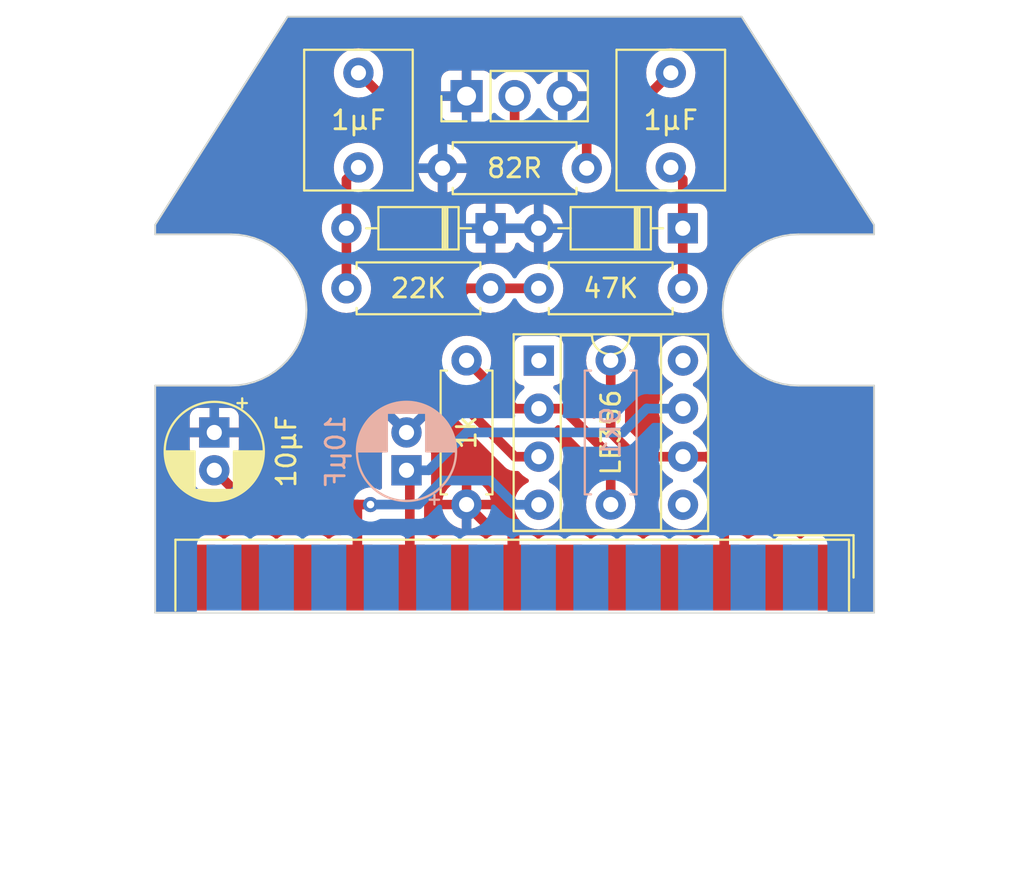
<source format=kicad_pcb>
(kicad_pcb (version 20221018) (generator pcbnew)
  (layers (0 "F.Cu" signal) (31 "B.Cu" signal) (34 "B.Paste" user) (35 "F.Paste" user) (36 "B.SilkS" user "B.Silkscreen") (37 "F.SilkS" user "F.Silkscreen") (38 "B.Mask" user) (39 "F.Mask" user) (44 "Edge.Cuts" user))
  (net 0 "")
  (net 1 "Net-(D1-A)")
  (net 2 "Net-(D2-K)")
  (net 3 "+12V")
  (net 4 "GND")
  (net 5 "-12V")
  (net 8 "Net-(J2-Pad3)")
  (net 28 "Net-(U1-+)")
  (net 29 "Net-(U1--)")
  (net 33 "Net-(J1-Pin_2)")
  (footprint "Capacitor_THT:C_Rect_L7.2mm_W5.5mm_P5.00mm_FKS2_FKP2_MKS2_MKP2" (layer "F.Cu") (at 125.095 66.08 -90)
    (fp_text reference "C2" hide)
    (fp_text value "1µF" (at 2.5 0) (layer "F.SilkS"))
    (fp_line (start -1.22 -2.87) (end -1.22 2.87) (stroke (width 0.12)) (layer "F.SilkS"))
    (fp_line (start -1.22 -2.87) (end 6.22 -2.87) (stroke (width 0.12)) (layer "F.SilkS"))
    (fp_line (start -1.22 2.87) (end 6.22 2.87) (stroke (width 0.12)) (layer "F.SilkS"))
    (fp_line (start 6.22 -2.87) (end 6.22 2.87) (stroke (width 0.12)) (layer "F.SilkS"))
    (pad "1" thru_hole circle (at 0 0 270) (size 1.6 1.6) (drill 0.8) (layers "*.Cu" "*.Mask") (net 33 "Net-(J1-Pin_2)"))
    (pad "2" thru_hole circle (at 5 0 270) (size 1.6 1.6) (drill 0.8) (layers "*.Cu" "*.Mask") (net 2 "Net-(D2-K)"))
  )
  (footprint "Connector_Dsub:DSUB-25_Female_EdgeMount_P2.77mm" (layer "F.Cu") (at 116.713 92.7595)
    (fp_text reference "J2" hide)
    (fp_text value "DB25_Receptacle" hide)
    (fp_line (start -17.803333 -2) (end -17.803333 1.74) (stroke (width 0.12)) (layer "F.SilkS"))
    (fp_line (start 17.803333 -2) (end -17.803333 -2) (stroke (width 0.12)) (layer "F.SilkS"))
    (fp_line (start 17.803333 1.74) (end 17.803333 -2) (stroke (width 0.12)) (layer "F.SilkS"))
    (fp_line (start 18.043333 -2.24) (end 13.85 -2.24) (stroke (width 0.12)) (layer "F.SilkS"))
    (fp_line (start 18.043333 0) (end 18.043333 -2.24) (stroke (width 0.12)) (layer "F.SilkS"))
    (pad "1" smd rect (at 16.62 0) (size 1.846667 3.48) (layers "F.Cu" "F.Paste" "F.Mask"))
    (pad "2" smd rect (at 13.85 0) (size 1.846667 3.48) (layers "F.Cu" "F.Paste" "F.Mask"))
    (pad "3" smd rect (at 11.08 0) (size 1.846667 3.48) (layers "F.Cu" "F.Paste" "F.Mask") (net 8 "Net-(J2-Pad3)"))
    (pad "4" smd rect (at 8.31 0) (size 1.846667 3.48) (layers "F.Cu" "F.Paste" "F.Mask"))
    (pad "5" smd rect (at 5.54 0) (size 1.846667 3.48) (layers "F.Cu" "F.Paste" "F.Mask"))
    (pad "6" smd rect (at 2.77 0) (size 1.846667 3.48) (layers "F.Cu" "F.Paste" "F.Mask"))
    (pad "7" smd rect (at 0 0) (size 1.846667 3.48) (layers "F.Cu" "F.Paste" "F.Mask") (net 4 "GND"))
    (pad "8" smd rect (at -2.77 0) (size 1.846667 3.48) (layers "F.Cu" "F.Paste" "F.Mask"))
    (pad "9" smd rect (at -5.54 0) (size 1.846667 3.48) (layers "F.Cu" "F.Paste" "F.Mask") (net 3 "+12V"))
    (pad "10" smd rect (at -8.31 0) (size 1.846667 3.48) (layers "F.Cu" "F.Paste" "F.Mask") (net 5 "-12V"))
    (pad "11" smd rect (at -11.08 0) (size 1.846667 3.48) (layers "F.Cu" "F.Paste" "F.Mask"))
    (pad "12" smd rect (at -13.85 0) (size 1.846667 3.48) (layers "F.Cu" "F.Paste" "F.Mask"))
    (pad "13" smd rect (at -16.62 0) (size 1.846667 3.48) (layers "F.Cu" "F.Paste" "F.Mask"))
    (pad "14" smd rect (at 15.235 0) (size 1.846667 3.48) (layers "B.Cu" "B.Paste" "B.Mask"))
    (pad "15" smd rect (at 12.465 0) (size 1.846667 3.48) (layers "B.Cu" "B.Paste" "B.Mask"))
    (pad "16" smd rect (at 9.695 0) (size 1.846667 3.48) (layers "B.Cu" "B.Paste" "B.Mask"))
    (pad "17" smd rect (at 6.925 0) (size 1.846667 3.48) (layers "B.Cu" "B.Paste" "B.Mask"))
    (pad "18" smd rect (at 4.155 0) (size 1.846667 3.48) (layers "B.Cu" "B.Paste" "B.Mask"))
    (pad "19" smd rect (at 1.385 0) (size 1.846667 3.48) (layers "B.Cu" "B.Paste" "B.Mask"))
    (pad "20" smd rect (at -1.385 0) (size 1.846667 3.48) (layers "B.Cu" "B.Paste" "B.Mask"))
    (pad "21" smd rect (at -4.155 0) (size 1.846667 3.48) (layers "B.Cu" "B.Paste" "B.Mask"))
    (pad "22" smd rect (at -6.925 0) (size 1.846667 3.48) (layers "B.Cu" "B.Paste" "B.Mask"))
    (pad "23" smd rect (at -9.695 0) (size 1.846667 3.48) (layers "B.Cu" "B.Paste" "B.Mask"))
    (pad "24" smd rect (at -12.465 0) (size 1.846667 3.48) (layers "B.Cu" "B.Paste" "B.Mask"))
    (pad "25" smd rect (at -15.235 0) (size 1.846667 3.48) (layers "B.Cu" "B.Paste" "B.Mask"))
  )
  (footprint "Diode_THT:D_DO-35_SOD27_P7.62mm_Horizontal" (layer "F.Cu") (at 125.73 74.295 180)
    (fp_text reference "D2" hide)
    (fp_text value "1N4148" hide)
    (fp_line (start 1.04 0) (end 1.69 0) (stroke (width 0.12)) (layer "F.SilkS"))
    (fp_line (start 1.69 -1.12) (end 1.69 1.12) (stroke (width 0.12)) (layer "F.SilkS"))
    (fp_line (start 1.69 1.12) (end 5.93 1.12) (stroke (width 0.12)) (layer "F.SilkS"))
    (fp_line (start 2.29 -1.12) (end 2.29 1.12) (stroke (width 0.12)) (layer "F.SilkS"))
    (fp_line (start 2.41 -1.12) (end 2.41 1.12) (stroke (width 0.12)) (layer "F.SilkS"))
    (fp_line (start 2.53 -1.12) (end 2.53 1.12) (stroke (width 0.12)) (layer "F.SilkS"))
    (fp_line (start 5.93 -1.12) (end 1.69 -1.12) (stroke (width 0.12)) (layer "F.SilkS"))
    (fp_line (start 5.93 1.12) (end 5.93 -1.12) (stroke (width 0.12)) (layer "F.SilkS"))
    (fp_line (start 6.58 0) (end 5.93 0) (stroke (width 0.12)) (layer "F.SilkS"))
    (pad "1" thru_hole rect (at 0 0 180) (size 1.6 1.6) (drill 0.8) (layers "*.Cu" "*.Mask") (net 2 "Net-(D2-K)"))
    (pad "2" thru_hole oval (at 7.62 0 180) (size 1.6 1.6) (drill 0.8) (layers "*.Cu" "*.Mask") (net 4 "GND"))
  )
  (footprint "Resistor_THT:R_Axial_DIN0207_L6.3mm_D2.5mm_P7.62mm_Horizontal" (layer "F.Cu") (at 114.3 81.28 -90)
    (fp_text reference "R5" hide)
    (fp_text value "1k" (at 3.81 0 -270) (layer "F.SilkS"))
    (fp_line (start 0.54 -1.37) (end 7.08 -1.37) (stroke (width 0.12)) (layer "F.SilkS"))
    (fp_line (start 0.54 -1.04) (end 0.54 -1.37) (stroke (width 0.12)) (layer "F.SilkS"))
    (fp_line (start 0.54 1.04) (end 0.54 1.37) (stroke (width 0.12)) (layer "F.SilkS"))
    (fp_line (start 0.54 1.37) (end 7.08 1.37) (stroke (width 0.12)) (layer "F.SilkS"))
    (fp_line (start 7.08 -1.37) (end 7.08 -1.04) (stroke (width 0.12)) (layer "F.SilkS"))
    (fp_line (start 7.08 1.37) (end 7.08 1.04) (stroke (width 0.12)) (layer "F.SilkS"))
    (pad "1" thru_hole circle (at 0 0 270) (size 1.6 1.6) (drill 0.8) (layers "*.Cu" "*.Mask") (net 29 "Net-(U1--)"))
    (pad "2" thru_hole oval (at 7.62 0 270) (size 1.6 1.6) (drill 0.8) (layers "*.Cu" "*.Mask") (net 4 "GND"))
  )
  (footprint "Capacitor_THT:CP_Radial_D5.0mm_P2.00mm" (layer "F.Cu") (at 100.965 85.09 -90)
    (fp_text reference "C4" hide)
    (fp_text value "10µF" (at 1 -3.81 -270) (layer "F.SilkS"))
    (fp_line (start -1.804775 -1.475) (end -1.304775 -1.475) (stroke (width 0.12)) (layer "F.SilkS"))
    (fp_line (start -1.554775 -1.725) (end -1.554775 -1.225) (stroke (width 0.12)) (layer "F.SilkS"))
    (fp_line (start 1 -2.58) (end 1 -1.04) (stroke (width 0.12)) (layer "F.SilkS"))
    (fp_line (start 1 1.04) (end 1 2.58) (stroke (width 0.12)) (layer "F.SilkS"))
    (fp_line (start 1.04 -2.58) (end 1.04 -1.04) (stroke (width 0.12)) (layer "F.SilkS"))
    (fp_line (start 1.04 1.04) (end 1.04 2.58) (stroke (width 0.12)) (layer "F.SilkS"))
    (fp_line (start 1.08 -2.579) (end 1.08 -1.04) (stroke (width 0.12)) (layer "F.SilkS"))
    (fp_line (start 1.08 1.04) (end 1.08 2.579) (stroke (width 0.12)) (layer "F.SilkS"))
    (fp_line (start 1.12 -2.578) (end 1.12 -1.04) (stroke (width 0.12)) (layer "F.SilkS"))
    (fp_line (start 1.12 1.04) (end 1.12 2.578) (stroke (width 0.12)) (layer "F.SilkS"))
    (fp_line (start 1.16 -2.576) (end 1.16 -1.04) (stroke (width 0.12)) (layer "F.SilkS"))
    (fp_line (start 1.16 1.04) (end 1.16 2.576) (stroke (width 0.12)) (layer "F.SilkS"))
    (fp_line (start 1.2 -2.573) (end 1.2 -1.04) (stroke (width 0.12)) (layer "F.SilkS"))
    (fp_line (start 1.2 1.04) (end 1.2 2.573) (stroke (width 0.12)) (layer "F.SilkS"))
    (fp_line (start 1.24 -2.569) (end 1.24 -1.04) (stroke (width 0.12)) (layer "F.SilkS"))
    (fp_line (start 1.24 1.04) (end 1.24 2.569) (stroke (width 0.12)) (layer "F.SilkS"))
    (fp_line (start 1.28 -2.565) (end 1.28 -1.04) (stroke (width 0.12)) (layer "F.SilkS"))
    (fp_line (start 1.28 1.04) (end 1.28 2.565) (stroke (width 0.12)) (layer "F.SilkS"))
    (fp_line (start 1.32 -2.561) (end 1.32 -1.04) (stroke (width 0.12)) (layer "F.SilkS"))
    (fp_line (start 1.32 1.04) (end 1.32 2.561) (stroke (width 0.12)) (layer "F.SilkS"))
    (fp_line (start 1.36 -2.556) (end 1.36 -1.04) (stroke (width 0.12)) (layer "F.SilkS"))
    (fp_line (start 1.36 1.04) (end 1.36 2.556) (stroke (width 0.12)) (layer "F.SilkS"))
    (fp_line (start 1.4 -2.55) (end 1.4 -1.04) (stroke (width 0.12)) (layer "F.SilkS"))
    (fp_line (start 1.4 1.04) (end 1.4 2.55) (stroke (width 0.12)) (layer "F.SilkS"))
    (fp_line (start 1.44 -2.543) (end 1.44 -1.04) (stroke (width 0.12)) (layer "F.SilkS"))
    (fp_line (start 1.44 1.04) (end 1.44 2.543) (stroke (width 0.12)) (layer "F.SilkS"))
    (fp_line (start 1.48 -2.536) (end 1.48 -1.04) (stroke (width 0.12)) (layer "F.SilkS"))
    (fp_line (start 1.48 1.04) (end 1.48 2.536) (stroke (width 0.12)) (layer "F.SilkS"))
    (fp_line (start 1.52 -2.528) (end 1.52 -1.04) (stroke (width 0.12)) (layer "F.SilkS"))
    (fp_line (start 1.52 1.04) (end 1.52 2.528) (stroke (width 0.12)) (layer "F.SilkS"))
    (fp_line (start 1.56 -2.52) (end 1.56 -1.04) (stroke (width 0.12)) (layer "F.SilkS"))
    (fp_line (start 1.56 1.04) (end 1.56 2.52) (stroke (width 0.12)) (layer "F.SilkS"))
    (fp_line (start 1.6 -2.511) (end 1.6 -1.04) (stroke (width 0.12)) (layer "F.SilkS"))
    (fp_line (start 1.6 1.04) (end 1.6 2.511) (stroke (width 0.12)) (layer "F.SilkS"))
    (fp_line (start 1.64 -2.501) (end 1.64 -1.04) (stroke (width 0.12)) (layer "F.SilkS"))
    (fp_line (start 1.64 1.04) (end 1.64 2.501) (stroke (width 0.12)) (layer "F.SilkS"))
    (fp_line (start 1.68 -2.491) (end 1.68 -1.04) (stroke (width 0.12)) (layer "F.SilkS"))
    (fp_line (start 1.68 1.04) (end 1.68 2.491) (stroke (width 0.12)) (layer "F.SilkS"))
    (fp_line (start 1.721 -2.48) (end 1.721 -1.04) (stroke (width 0.12)) (layer "F.SilkS"))
    (fp_line (start 1.721 1.04) (end 1.721 2.48) (stroke (width 0.12)) (layer "F.SilkS"))
    (fp_line (start 1.761 -2.468) (end 1.761 -1.04) (stroke (width 0.12)) (layer "F.SilkS"))
    (fp_line (start 1.761 1.04) (end 1.761 2.468) (stroke (width 0.12)) (layer "F.SilkS"))
    (fp_line (start 1.801 -2.455) (end 1.801 -1.04) (stroke (width 0.12)) (layer "F.SilkS"))
    (fp_line (start 1.801 1.04) (end 1.801 2.455) (stroke (width 0.12)) (layer "F.SilkS"))
    (fp_line (start 1.841 -2.442) (end 1.841 -1.04) (stroke (width 0.12)) (layer "F.SilkS"))
    (fp_line (start 1.841 1.04) (end 1.841 2.442) (stroke (width 0.12)) (layer "F.SilkS"))
    (fp_line (start 1.881 -2.428) (end 1.881 -1.04) (stroke (width 0.12)) (layer "F.SilkS"))
    (fp_line (start 1.881 1.04) (end 1.881 2.428) (stroke (width 0.12)) (layer "F.SilkS"))
    (fp_line (start 1.921 -2.414) (end 1.921 -1.04) (stroke (width 0.12)) (layer "F.SilkS"))
    (fp_line (start 1.921 1.04) (end 1.921 2.414) (stroke (width 0.12)) (layer "F.SilkS"))
    (fp_line (start 1.961 -2.398) (end 1.961 -1.04) (stroke (width 0.12)) (layer "F.SilkS"))
    (fp_line (start 1.961 1.04) (end 1.961 2.398) (stroke (width 0.12)) (layer "F.SilkS"))
    (fp_line (start 2.001 -2.382) (end 2.001 -1.04) (stroke (width 0.12)) (layer "F.SilkS"))
    (fp_line (start 2.001 1.04) (end 2.001 2.382) (stroke (width 0.12)) (layer "F.SilkS"))
    (fp_line (start 2.041 -2.365) (end 2.041 -1.04) (stroke (width 0.12)) (layer "F.SilkS"))
    (fp_line (start 2.041 1.04) (end 2.041 2.365) (stroke (width 0.12)) (layer "F.SilkS"))
    (fp_line (start 2.081 -2.348) (end 2.081 -1.04) (stroke (width 0.12)) (layer "F.SilkS"))
    (fp_line (start 2.081 1.04) (end 2.081 2.348) (stroke (width 0.12)) (layer "F.SilkS"))
    (fp_line (start 2.121 -2.329) (end 2.121 -1.04) (stroke (width 0.12)) (layer "F.SilkS"))
    (fp_line (start 2.121 1.04) (end 2.121 2.329) (stroke (width 0.12)) (layer "F.SilkS"))
    (fp_line (start 2.161 -2.31) (end 2.161 -1.04) (stroke (width 0.12)) (layer "F.SilkS"))
    (fp_line (start 2.161 1.04) (end 2.161 2.31) (stroke (width 0.12)) (layer "F.SilkS"))
    (fp_line (start 2.201 -2.29) (end 2.201 -1.04) (stroke (width 0.12)) (layer "F.SilkS"))
    (fp_line (start 2.201 1.04) (end 2.201 2.29) (stroke (width 0.12)) (layer "F.SilkS"))
    (fp_line (start 2.241 -2.268) (end 2.241 -1.04) (stroke (width 0.12)) (layer "F.SilkS"))
    (fp_line (start 2.241 1.04) (end 2.241 2.268) (stroke (width 0.12)) (layer "F.SilkS"))
    (fp_line (start 2.281 -2.247) (end 2.281 -1.04) (stroke (width 0.12)) (layer "F.SilkS"))
    (fp_line (start 2.281 1.04) (end 2.281 2.247) (stroke (width 0.12)) (layer "F.SilkS"))
    (fp_line (start 2.321 -2.224) (end 2.321 -1.04) (stroke (width 0.12)) (layer "F.SilkS"))
    (fp_line (start 2.321 1.04) (end 2.321 2.224) (stroke (width 0.12)) (layer "F.SilkS"))
    (fp_line (start 2.361 -2.2) (end 2.361 -1.04) (stroke (width 0.12)) (layer "F.SilkS"))
    (fp_line (start 2.361 1.04) (end 2.361 2.2) (stroke (width 0.12)) (layer "F.SilkS"))
    (fp_line (start 2.401 -2.175) (end 2.401 -1.04) (stroke (width 0.12)) (layer "F.SilkS"))
    (fp_line (start 2.401 1.04) (end 2.401 2.175) (stroke (width 0.12)) (layer "F.SilkS"))
    (fp_line (start 2.441 -2.149) (end 2.441 -1.04) (stroke (width 0.12)) (layer "F.SilkS"))
    (fp_line (start 2.441 1.04) (end 2.441 2.149) (stroke (width 0.12)) (layer "F.SilkS"))
    (fp_line (start 2.481 -2.122) (end 2.481 -1.04) (stroke (width 0.12)) (layer "F.SilkS"))
    (fp_line (start 2.481 1.04) (end 2.481 2.122) (stroke (width 0.12)) (layer "F.SilkS"))
    (fp_line (start 2.521 -2.095) (end 2.521 -1.04) (stroke (width 0.12)) (layer "F.SilkS"))
    (fp_line (start 2.521 1.04) (end 2.521 2.095) (stroke (width 0.12)) (layer "F.SilkS"))
    (fp_line (start 2.561 -2.065) (end 2.561 -1.04) (stroke (width 0.12)) (layer "F.SilkS"))
    (fp_line (start 2.561 1.04) (end 2.561 2.065) (stroke (width 0.12)) (layer "F.SilkS"))
    (fp_line (start 2.601 -2.035) (end 2.601 -1.04) (stroke (width 0.12)) (layer "F.SilkS"))
    (fp_line (start 2.601 1.04) (end 2.601 2.035) (stroke (width 0.12)) (layer "F.SilkS"))
    (fp_line (start 2.641 -2.004) (end 2.641 -1.04) (stroke (width 0.12)) (layer "F.SilkS"))
    (fp_line (start 2.641 1.04) (end 2.641 2.004) (stroke (width 0.12)) (layer "F.SilkS"))
    (fp_line (start 2.681 -1.971) (end 2.681 -1.04) (stroke (width 0.12)) (layer "F.SilkS"))
    (fp_line (start 2.681 1.04) (end 2.681 1.971) (stroke (width 0.12)) (layer "F.SilkS"))
    (fp_line (start 2.721 -1.937) (end 2.721 -1.04) (stroke (width 0.12)) (layer "F.SilkS"))
    (fp_line (start 2.721 1.04) (end 2.721 1.937) (stroke (width 0.12)) (layer "F.SilkS"))
    (fp_line (start 2.761 -1.901) (end 2.761 -1.04) (stroke (width 0.12)) (layer "F.SilkS"))
    (fp_line (start 2.761 1.04) (end 2.761 1.901) (stroke (width 0.12)) (layer "F.SilkS"))
    (fp_line (start 2.801 -1.864) (end 2.801 -1.04) (stroke (width 0.12)) (layer "F.SilkS"))
    (fp_line (start 2.801 1.04) (end 2.801 1.864) (stroke (width 0.12)) (layer "F.SilkS"))
    (fp_line (start 2.841 -1.826) (end 2.841 -1.04) (stroke (width 0.12)) (layer "F.SilkS"))
    (fp_line (start 2.841 1.04) (end 2.841 1.826) (stroke (width 0.12)) (layer "F.SilkS"))
    (fp_line (start 2.881 -1.785) (end 2.881 -1.04) (stroke (width 0.12)) (layer "F.SilkS"))
    (fp_line (start 2.881 1.04) (end 2.881 1.785) (stroke (width 0.12)) (layer "F.SilkS"))
    (fp_line (start 2.921 -1.743) (end 2.921 -1.04) (stroke (width 0.12)) (layer "F.SilkS"))
    (fp_line (start 2.921 1.04) (end 2.921 1.743) (stroke (width 0.12)) (layer "F.SilkS"))
    (fp_line (start 2.961 -1.699) (end 2.961 -1.04) (stroke (width 0.12)) (layer "F.SilkS"))
    (fp_line (start 2.961 1.04) (end 2.961 1.699) (stroke (width 0.12)) (layer "F.SilkS"))
    (fp_line (start 3.001 -1.653) (end 3.001 -1.04) (stroke (width 0.12)) (layer "F.SilkS"))
    (fp_line (start 3.001 1.04) (end 3.001 1.653) (stroke (width 0.12)) (layer "F.SilkS"))
    (fp_line (start 3.041 -1.605) (end 3.041 1.605) (stroke (width 0.12)) (layer "F.SilkS"))
    (fp_line (start 3.081 -1.554) (end 3.081 1.554) (stroke (width 0.12)) (layer "F.SilkS"))
    (fp_line (start 3.121 -1.5) (end 3.121 1.5) (stroke (width 0.12)) (layer "F.SilkS"))
    (fp_line (start 3.161 -1.443) (end 3.161 1.443) (stroke (width 0.12)) (layer "F.SilkS"))
    (fp_line (start 3.201 -1.383) (end 3.201 1.383) (stroke (width 0.12)) (layer "F.SilkS"))
    (fp_line (start 3.241 -1.319) (end 3.241 1.319) (stroke (width 0.12)) (layer "F.SilkS"))
    (fp_line (start 3.281 -1.251) (end 3.281 1.251) (stroke (width 0.12)) (layer "F.SilkS"))
    (fp_line (start 3.321 -1.178) (end 3.321 1.178) (stroke (width 0.12)) (layer "F.SilkS"))
    (fp_line (start 3.361 -1.098) (end 3.361 1.098) (stroke (width 0.12)) (layer "F.SilkS"))
    (fp_line (start 3.401 -1.011) (end 3.401 1.011) (stroke (width 0.12)) (layer "F.SilkS"))
    (fp_line (start 3.441 -0.915) (end 3.441 0.915) (stroke (width 0.12)) (layer "F.SilkS"))
    (fp_line (start 3.481 -0.805) (end 3.481 0.805) (stroke (width 0.12)) (layer "F.SilkS"))
    (fp_line (start 3.521 -0.677) (end 3.521 0.677) (stroke (width 0.12)) (layer "F.SilkS"))
    (fp_line (start 3.561 -0.518) (end 3.561 0.518) (stroke (width 0.12)) (layer "F.SilkS"))
    (fp_line (start 3.601 -0.284) (end 3.601 0.284) (stroke (width 0.12)) (layer "F.SilkS"))
    (fp_circle (center 1 0) (end 3.62 0) (stroke (width 0.12)) (fill none) (layer "F.SilkS"))
    (pad "1" thru_hole rect (at 0 0 270) (size 1.6 1.6) (drill 0.8) (layers "*.Cu" "*.Mask") (net 4 "GND"))
    (pad "2" thru_hole circle (at 2 0 270) (size 1.6 1.6) (drill 0.8) (layers "*.Cu" "*.Mask") (net 5 "-12V"))
  )
  (footprint "Resistor_THT:R_Axial_DIN0207_L6.3mm_D2.5mm_P7.62mm_Horizontal" (layer "F.Cu") (at 125.73 77.47 180)
    (fp_text reference "R3" hide)
    (fp_text value "47K" (at 3.81 0) (layer "F.SilkS"))
    (fp_line (start 0.54 -1.37) (end 7.08 -1.37) (stroke (width 0.12)) (layer "F.SilkS"))
    (fp_line (start 0.54 -1.04) (end 0.54 -1.37) (stroke (width 0.12)) (layer "F.SilkS"))
    (fp_line (start 0.54 1.04) (end 0.54 1.37) (stroke (width 0.12)) (layer "F.SilkS"))
    (fp_line (start 0.54 1.37) (end 7.08 1.37) (stroke (width 0.12)) (layer "F.SilkS"))
    (fp_line (start 7.08 -1.37) (end 7.08 -1.04) (stroke (width 0.12)) (layer "F.SilkS"))
    (fp_line (start 7.08 1.37) (end 7.08 1.04) (stroke (width 0.12)) (layer "F.SilkS"))
    (pad "1" thru_hole circle (at 0 0 180) (size 1.6 1.6) (drill 0.8) (layers "*.Cu" "*.Mask") (net 2 "Net-(D2-K)"))
    (pad "2" thru_hole oval (at 7.62 0 180) (size 1.6 1.6) (drill 0.8) (layers "*.Cu" "*.Mask") (net 28 "Net-(U1-+)"))
  )
  (footprint "Diode_THT:D_DO-35_SOD27_P7.62mm_Horizontal" (layer "F.Cu") (at 115.57 74.295 180)
    (fp_text reference "D1" hide)
    (fp_text value "1N4148" hide)
    (fp_line (start 1.04 0) (end 1.69 0) (stroke (width 0.12)) (layer "F.SilkS"))
    (fp_line (start 1.69 -1.12) (end 1.69 1.12) (stroke (width 0.12)) (layer "F.SilkS"))
    (fp_line (start 1.69 1.12) (end 5.93 1.12) (stroke (width 0.12)) (layer "F.SilkS"))
    (fp_line (start 2.29 -1.12) (end 2.29 1.12) (stroke (width 0.12)) (layer "F.SilkS"))
    (fp_line (start 2.41 -1.12) (end 2.41 1.12) (stroke (width 0.12)) (layer "F.SilkS"))
    (fp_line (start 2.53 -1.12) (end 2.53 1.12) (stroke (width 0.12)) (layer "F.SilkS"))
    (fp_line (start 5.93 -1.12) (end 1.69 -1.12) (stroke (width 0.12)) (layer "F.SilkS"))
    (fp_line (start 5.93 1.12) (end 5.93 -1.12) (stroke (width 0.12)) (layer "F.SilkS"))
    (fp_line (start 6.58 0) (end 5.93 0) (stroke (width 0.12)) (layer "F.SilkS"))
    (pad "1" thru_hole rect (at 0 0 180) (size 1.6 1.6) (drill 0.8) (layers "*.Cu" "*.Mask") (net 4 "GND"))
    (pad "2" thru_hole oval (at 7.62 0 180) (size 1.6 1.6) (drill 0.8) (layers "*.Cu" "*.Mask") (net 1 "Net-(D1-A)"))
  )
  (footprint "Resistor_THT:R_Axial_DIN0207_L6.3mm_D2.5mm_P7.62mm_Horizontal" (layer "F.Cu") (at 107.95 77.47)
    (fp_text reference "R2" hide)
    (fp_text value "22K" (at 3.81 0) (layer "F.SilkS"))
    (fp_line (start 0.54 -1.37) (end 7.08 -1.37) (stroke (width 0.12)) (layer "F.SilkS"))
    (fp_line (start 0.54 -1.04) (end 0.54 -1.37) (stroke (width 0.12)) (layer "F.SilkS"))
    (fp_line (start 0.54 1.04) (end 0.54 1.37) (stroke (width 0.12)) (layer "F.SilkS"))
    (fp_line (start 0.54 1.37) (end 7.08 1.37) (stroke (width 0.12)) (layer "F.SilkS"))
    (fp_line (start 7.08 -1.37) (end 7.08 -1.04) (stroke (width 0.12)) (layer "F.SilkS"))
    (fp_line (start 7.08 1.37) (end 7.08 1.04) (stroke (width 0.12)) (layer "F.SilkS"))
    (pad "1" thru_hole circle (at 0 0) (size 1.6 1.6) (drill 0.8) (layers "*.Cu" "*.Mask") (net 1 "Net-(D1-A)"))
    (pad "2" thru_hole oval (at 7.62 0) (size 1.6 1.6) (drill 0.8) (layers "*.Cu" "*.Mask") (net 28 "Net-(U1-+)"))
  )
  (footprint "Capacitor_THT:C_Rect_L7.2mm_W5.5mm_P5.00mm_FKS2_FKP2_MKS2_MKP2" (layer "F.Cu") (at 108.585 66.08 -90)
    (fp_text reference "C1" hide)
    (fp_text value "1µF" (at 2.5 0) (layer "F.SilkS"))
    (fp_line (start -1.22 -2.87) (end -1.22 2.87) (stroke (width 0.12)) (layer "F.SilkS"))
    (fp_line (start -1.22 -2.87) (end 6.22 -2.87) (stroke (width 0.12)) (layer "F.SilkS"))
    (fp_line (start -1.22 2.87) (end 6.22 2.87) (stroke (width 0.12)) (layer "F.SilkS"))
    (fp_line (start 6.22 -2.87) (end 6.22 2.87) (stroke (width 0.12)) (layer "F.SilkS"))
    (pad "1" thru_hole circle (at 0 0 270) (size 1.6 1.6) (drill 0.8) (layers "*.Cu" "*.Mask") (net 33 "Net-(J1-Pin_2)"))
    (pad "2" thru_hole circle (at 5 0 270) (size 1.6 1.6) (drill 0.8) (layers "*.Cu" "*.Mask") (net 1 "Net-(D1-A)"))
  )
  (footprint "Resistor_THT:R_Axial_DIN0207_L6.3mm_D2.5mm_P7.62mm_Horizontal" (layer "F.Cu") (at 120.65 71.12 180)
    (fp_text reference "R1" hide)
    (fp_text value "82R" (at 3.81 0) (layer "F.SilkS"))
    (fp_line (start 0.54 -1.37) (end 7.08 -1.37) (stroke (width 0.12)) (layer "F.SilkS"))
    (fp_line (start 0.54 -1.04) (end 0.54 -1.37) (stroke (width 0.12)) (layer "F.SilkS"))
    (fp_line (start 0.54 1.04) (end 0.54 1.37) (stroke (width 0.12)) (layer "F.SilkS"))
    (fp_line (start 0.54 1.37) (end 7.08 1.37) (stroke (width 0.12)) (layer "F.SilkS"))
    (fp_line (start 7.08 -1.37) (end 7.08 -1.04) (stroke (width 0.12)) (layer "F.SilkS"))
    (fp_line (start 7.08 1.37) (end 7.08 1.04) (stroke (width 0.12)) (layer "F.SilkS"))
    (pad "1" thru_hole circle (at 0 0 180) (size 1.6 1.6) (drill 0.8) (layers "*.Cu" "*.Mask") (net 33 "Net-(J1-Pin_2)"))
    (pad "2" thru_hole oval (at 7.62 0 180) (size 1.6 1.6) (drill 0.8) (layers "*.Cu" "*.Mask") (net 4 "GND"))
  )
  (footprint "Package_DIP:DIP-8_W7.62mm_Socket" (layer "F.Cu") (at 118.12 81.29)
    (fp_text reference "U1" hide)
    (fp_text value "LF356" (at 3.81 3.8 90) (layer "F.SilkS"))
    (fp_line (start -1.33 -1.39) (end -1.33 9.01) (stroke (width 0.12)) (layer "F.SilkS"))
    (fp_line (start -1.33 9.01) (end 8.95 9.01) (stroke (width 0.12)) (layer "F.SilkS"))
    (fp_line (start 1.16 -1.33) (end 1.16 8.95) (stroke (width 0.12)) (layer "F.SilkS"))
    (fp_line (start 1.16 8.95) (end 6.46 8.95) (stroke (width 0.12)) (layer "F.SilkS"))
    (fp_line (start 2.81 -1.33) (end 1.16 -1.33) (stroke (width 0.12)) (layer "F.SilkS"))
    (fp_line (start 6.46 -1.33) (end 4.81 -1.33) (stroke (width 0.12)) (layer "F.SilkS"))
    (fp_line (start 6.46 8.95) (end 6.46 -1.33) (stroke (width 0.12)) (layer "F.SilkS"))
    (fp_line (start 8.95 -1.39) (end -1.33 -1.39) (stroke (width 0.12)) (layer "F.SilkS"))
    (fp_line (start 8.95 9.01) (end 8.95 -1.39) (stroke (width 0.12)) (layer "F.SilkS"))
    (fp_arc (start 4.81 -1.33) (mid 3.81 -0.33) (end 2.81 -1.33) (stroke (width 0.12)) (layer "F.SilkS"))
    (pad "1" thru_hole rect (at 0 0) (size 1.6 1.6) (drill 0.8) (layers "*.Cu" "*.Mask"))
    (pad "2" thru_hole oval (at 0 2.54) (size 1.6 1.6) (drill 0.8) (layers "*.Cu" "*.Mask") (net 29 "Net-(U1--)"))
    (pad "3" thru_hole oval (at 0 5.08) (size 1.6 1.6) (drill 0.8) (layers "*.Cu" "*.Mask") (net 28 "Net-(U1-+)"))
    (pad "4" thru_hole oval (at 0 7.62) (size 1.6 1.6) (drill 0.8) (layers "*.Cu" "*.Mask") (net 5 "-12V"))
    (pad "5" thru_hole oval (at 7.62 7.62) (size 1.6 1.6) (drill 0.8) (layers "*.Cu" "*.Mask"))
    (pad "6" thru_hole oval (at 7.62 5.08) (size 1.6 1.6) (drill 0.8) (layers "*.Cu" "*.Mask") (net 8 "Net-(J2-Pad3)"))
    (pad "7" thru_hole oval (at 7.62 2.54) (size 1.6 1.6) (drill 0.8) (layers "*.Cu" "*.Mask") (net 3 "+12V"))
    (pad "8" thru_hole oval (at 7.62 0) (size 1.6 1.6) (drill 0.8) (layers "*.Cu" "*.Mask"))
  )
  (footprint "Connector_PinHeader_2.54mm:PinHeader_1x03_P2.54mm_Vertical" (layer "F.Cu") (at 114.3 67.31 90)
    (fp_text reference "J1" hide)
    (fp_text value "Video In" hide)
    (fp_line (start -1.33 -1.33) (end 0 -1.33) (stroke (width 0.12)) (layer "F.SilkS"))
    (fp_line (start -1.33 0) (end -1.33 -1.33) (stroke (width 0.12)) (layer "F.SilkS"))
    (fp_line (start -1.33 1.27) (end -1.33 6.41) (stroke (width 0.12)) (layer "F.SilkS"))
    (fp_line (start -1.33 1.27) (end 1.33 1.27) (stroke (width 0.12)) (layer "F.SilkS"))
    (fp_line (start -1.33 6.41) (end 1.33 6.41) (stroke (width 0.12)) (layer "F.SilkS"))
    (fp_line (start 1.33 1.27) (end 1.33 6.41) (stroke (width 0.12)) (layer "F.SilkS"))
    (pad "1" thru_hole rect (at 0 0 90) (size 1.7 1.7) (drill 1) (layers "*.Cu" "*.Mask") (net 4 "GND"))
    (pad "2" thru_hole oval (at 0 2.54 90) (size 1.7 1.7) (drill 1) (layers "*.Cu" "*.Mask") (net 33 "Net-(J1-Pin_2)"))
    (pad "3" thru_hole oval (at 0 5.08 90) (size 1.7 1.7) (drill 1) (layers "*.Cu" "*.Mask") (net 4 "GND"))
  )
  (footprint "Resistor_THT:R_Axial_DIN0207_L6.3mm_D2.5mm_P7.62mm_Horizontal" (layer "B.Cu") (at 121.92 81.28 -90)
    (fp_text reference "R4" hide)
    (fp_text value "9k1" (at 3.81 0 90) (layer "B.SilkS") (effects (justify mirror)))
    (fp_line (start 0.54 -1.37) (end 7.08 -1.37) (stroke (width 0.12)) (layer "B.SilkS"))
    (fp_line (start 0.54 -1.04) (end 0.54 -1.37) (stroke (width 0.12)) (layer "B.SilkS"))
    (fp_line (start 0.54 1.04) (end 0.54 1.37) (stroke (width 0.12)) (layer "B.SilkS"))
    (fp_line (start 0.54 1.37) (end 7.08 1.37) (stroke (width 0.12)) (layer "B.SilkS"))
    (fp_line (start 7.08 -1.37) (end 7.08 -1.04) (stroke (width 0.12)) (layer "B.SilkS"))
    (fp_line (start 7.08 1.37) (end 7.08 1.04) (stroke (width 0.12)) (layer "B.SilkS"))
    (pad "1" thru_hole circle (at 0 0 270) (size 1.6 1.6) (drill 0.8) (layers "*.Cu" "*.Mask") (net 8 "Net-(J2-Pad3)"))
    (pad "2" thru_hole oval (at 7.62 0 270) (size 1.6 1.6) (drill 0.8) (layers "*.Cu" "*.Mask") (net 29 "Net-(U1--)"))
  )
  (footprint "Capacitor_THT:CP_Radial_D5.0mm_P2.00mm" (layer "B.Cu") (at 111.125 87.09 90)
    (fp_text reference "C3" hide)
    (fp_text value "10µF" (at 1 -3.75 90) (layer "B.SilkS") (effects (justify mirror)))
    (fp_line (start -1.804775 1.475) (end -1.304775 1.475) (stroke (width 0.12)) (layer "B.SilkS"))
    (fp_line (start -1.554775 1.725) (end -1.554775 1.225) (stroke (width 0.12)) (layer "B.SilkS"))
    (fp_line (start 1 -1.04) (end 1 -2.58) (stroke (width 0.12)) (layer "B.SilkS"))
    (fp_line (start 1 2.58) (end 1 1.04) (stroke (width 0.12)) (layer "B.SilkS"))
    (fp_line (start 1.04 -1.04) (end 1.04 -2.58) (stroke (width 0.12)) (layer "B.SilkS"))
    (fp_line (start 1.04 2.58) (end 1.04 1.04) (stroke (width 0.12)) (layer "B.SilkS"))
    (fp_line (start 1.08 -1.04) (end 1.08 -2.579) (stroke (width 0.12)) (layer "B.SilkS"))
    (fp_line (start 1.08 2.579) (end 1.08 1.04) (stroke (width 0.12)) (layer "B.SilkS"))
    (fp_line (start 1.12 -1.04) (end 1.12 -2.578) (stroke (width 0.12)) (layer "B.SilkS"))
    (fp_line (start 1.12 2.578) (end 1.12 1.04) (stroke (width 0.12)) (layer "B.SilkS"))
    (fp_line (start 1.16 -1.04) (end 1.16 -2.576) (stroke (width 0.12)) (layer "B.SilkS"))
    (fp_line (start 1.16 2.576) (end 1.16 1.04) (stroke (width 0.12)) (layer "B.SilkS"))
    (fp_line (start 1.2 -1.04) (end 1.2 -2.573) (stroke (width 0.12)) (layer "B.SilkS"))
    (fp_line (start 1.2 2.573) (end 1.2 1.04) (stroke (width 0.12)) (layer "B.SilkS"))
    (fp_line (start 1.24 -1.04) (end 1.24 -2.569) (stroke (width 0.12)) (layer "B.SilkS"))
    (fp_line (start 1.24 2.569) (end 1.24 1.04) (stroke (width 0.12)) (layer "B.SilkS"))
    (fp_line (start 1.28 -1.04) (end 1.28 -2.565) (stroke (width 0.12)) (layer "B.SilkS"))
    (fp_line (start 1.28 2.565) (end 1.28 1.04) (stroke (width 0.12)) (layer "B.SilkS"))
    (fp_line (start 1.32 -1.04) (end 1.32 -2.561) (stroke (width 0.12)) (layer "B.SilkS"))
    (fp_line (start 1.32 2.561) (end 1.32 1.04) (stroke (width 0.12)) (layer "B.SilkS"))
    (fp_line (start 1.36 -1.04) (end 1.36 -2.556) (stroke (width 0.12)) (layer "B.SilkS"))
    (fp_line (start 1.36 2.556) (end 1.36 1.04) (stroke (width 0.12)) (layer "B.SilkS"))
    (fp_line (start 1.4 -1.04) (end 1.4 -2.55) (stroke (width 0.12)) (layer "B.SilkS"))
    (fp_line (start 1.4 2.55) (end 1.4 1.04) (stroke (width 0.12)) (layer "B.SilkS"))
    (fp_line (start 1.44 -1.04) (end 1.44 -2.543) (stroke (width 0.12)) (layer "B.SilkS"))
    (fp_line (start 1.44 2.543) (end 1.44 1.04) (stroke (width 0.12)) (layer "B.SilkS"))
    (fp_line (start 1.48 -1.04) (end 1.48 -2.536) (stroke (width 0.12)) (layer "B.SilkS"))
    (fp_line (start 1.48 2.536) (end 1.48 1.04) (stroke (width 0.12)) (layer "B.SilkS"))
    (fp_line (start 1.52 -1.04) (end 1.52 -2.528) (stroke (width 0.12)) (layer "B.SilkS"))
    (fp_line (start 1.52 2.528) (end 1.52 1.04) (stroke (width 0.12)) (layer "B.SilkS"))
    (fp_line (start 1.56 -1.04) (end 1.56 -2.52) (stroke (width 0.12)) (layer "B.SilkS"))
    (fp_line (start 1.56 2.52) (end 1.56 1.04) (stroke (width 0.12)) (layer "B.SilkS"))
    (fp_line (start 1.6 -1.04) (end 1.6 -2.511) (stroke (width 0.12)) (layer "B.SilkS"))
    (fp_line (start 1.6 2.511) (end 1.6 1.04) (stroke (width 0.12)) (layer "B.SilkS"))
    (fp_line (start 1.64 -1.04) (end 1.64 -2.501) (stroke (width 0.12)) (layer "B.SilkS"))
    (fp_line (start 1.64 2.501) (end 1.64 1.04) (stroke (width 0.12)) (layer "B.SilkS"))
    (fp_line (start 1.68 -1.04) (end 1.68 -2.491) (stroke (width 0.12)) (layer "B.SilkS"))
    (fp_line (start 1.68 2.491) (end 1.68 1.04) (stroke (width 0.12)) (layer "B.SilkS"))
    (fp_line (start 1.721 -1.04) (end 1.721 -2.48) (stroke (width 0.12)) (layer "B.SilkS"))
    (fp_line (start 1.721 2.48) (end 1.721 1.04) (stroke (width 0.12)) (layer "B.SilkS"))
    (fp_line (start 1.761 -1.04) (end 1.761 -2.468) (stroke (width 0.12)) (layer "B.SilkS"))
    (fp_line (start 1.761 2.468) (end 1.761 1.04) (stroke (width 0.12)) (layer "B.SilkS"))
    (fp_line (start 1.801 -1.04) (end 1.801 -2.455) (stroke (width 0.12)) (layer "B.SilkS"))
    (fp_line (start 1.801 2.455) (end 1.801 1.04) (stroke (width 0.12)) (layer "B.SilkS"))
    (fp_line (start 1.841 -1.04) (end 1.841 -2.442) (stroke (width 0.12)) (layer "B.SilkS"))
    (fp_line (start 1.841 2.442) (end 1.841 1.04) (stroke (width 0.12)) (layer "B.SilkS"))
    (fp_line (start 1.881 -1.04) (end 1.881 -2.428) (stroke (width 0.12)) (layer "B.SilkS"))
    (fp_line (start 1.881 2.428) (end 1.881 1.04) (stroke (width 0.12)) (layer "B.SilkS"))
    (fp_line (start 1.921 -1.04) (end 1.921 -2.414) (stroke (width 0.12)) (layer "B.SilkS"))
    (fp_line (start 1.921 2.414) (end 1.921 1.04) (stroke (width 0.12)) (layer "B.SilkS"))
    (fp_line (start 1.961 -1.04) (end 1.961 -2.398) (stroke (width 0.12)) (layer "B.SilkS"))
    (fp_line (start 1.961 2.398) (end 1.961 1.04) (stroke (width 0.12)) (layer "B.SilkS"))
    (fp_line (start 2.001 -1.04) (end 2.001 -2.382) (stroke (width 0.12)) (layer "B.SilkS"))
    (fp_line (start 2.001 2.382) (end 2.001 1.04) (stroke (width 0.12)) (layer "B.SilkS"))
    (fp_line (start 2.041 -1.04) (end 2.041 -2.365) (stroke (width 0.12)) (layer "B.SilkS"))
    (fp_line (start 2.041 2.365) (end 2.041 1.04) (stroke (width 0.12)) (layer "B.SilkS"))
    (fp_line (start 2.081 -1.04) (end 2.081 -2.348) (stroke (width 0.12)) (layer "B.SilkS"))
    (fp_line (start 2.081 2.348) (end 2.081 1.04) (stroke (width 0.12)) (layer "B.SilkS"))
    (fp_line (start 2.121 -1.04) (end 2.121 -2.329) (stroke (width 0.12)) (layer "B.SilkS"))
    (fp_line (start 2.121 2.329) (end 2.121 1.04) (stroke (width 0.12)) (layer "B.SilkS"))
    (fp_line (start 2.161 -1.04) (end 2.161 -2.31) (stroke (width 0.12)) (layer "B.SilkS"))
    (fp_line (start 2.161 2.31) (end 2.161 1.04) (stroke (width 0.12)) (layer "B.SilkS"))
    (fp_line (start 2.201 -1.04) (end 2.201 -2.29) (stroke (width 0.12)) (layer "B.SilkS"))
    (fp_line (start 2.201 2.29) (end 2.201 1.04) (stroke (width 0.12)) (layer "B.SilkS"))
    (fp_line (start 2.241 -1.04) (end 2.241 -2.268) (stroke (width 0.12)) (layer "B.SilkS"))
    (fp_line (start 2.241 2.268) (end 2.241 1.04) (stroke (width 0.12)) (layer "B.SilkS"))
    (fp_line (start 2.281 -1.04) (end 2.281 -2.247) (stroke (width 0.12)) (layer "B.SilkS"))
    (fp_line (start 2.281 2.247) (end 2.281 1.04) (stroke (width 0.12)) (layer "B.SilkS"))
    (fp_line (start 2.321 -1.04) (end 2.321 -2.224) (stroke (width 0.12)) (layer "B.SilkS"))
    (fp_line (start 2.321 2.224) (end 2.321 1.04) (stroke (width 0.12)) (layer "B.SilkS"))
    (fp_line (start 2.361 -1.04) (end 2.361 -2.2) (stroke (width 0.12)) (layer "B.SilkS"))
    (fp_line (start 2.361 2.2) (end 2.361 1.04) (stroke (width 0.12)) (layer "B.SilkS"))
    (fp_line (start 2.401 -1.04) (end 2.401 -2.175) (stroke (width 0.12)) (layer "B.SilkS"))
    (fp_line (start 2.401 2.175) (end 2.401 1.04) (stroke (width 0.12)) (layer "B.SilkS"))
    (fp_line (start 2.441 -1.04) (end 2.441 -2.149) (stroke (width 0.12)) (layer "B.SilkS"))
    (fp_line (start 2.441 2.149) (end 2.441 1.04) (stroke (width 0.12)) (layer "B.SilkS"))
    (fp_line (start 2.481 -1.04) (end 2.481 -2.122) (stroke (width 0.12)) (layer "B.SilkS"))
    (fp_line (start 2.481 2.122) (end 2.481 1.04) (stroke (width 0.12)) (layer "B.SilkS"))
    (fp_line (start 2.521 -1.04) (end 2.521 -2.095) (stroke (width 0.12)) (layer "B.SilkS"))
    (fp_line (start 2.521 2.095) (end 2.521 1.04) (stroke (width 0.12)) (layer "B.SilkS"))
    (fp_line (start 2.561 -1.04) (end 2.561 -2.065) (stroke (width 0.12)) (layer "B.SilkS"))
    (fp_line (start 2.561 2.065) (end 2.561 1.04) (stroke (width 0.12)) (layer "B.SilkS"))
    (fp_line (start 2.601 -1.04) (end 2.601 -2.035) (stroke (width 0.12)) (layer "B.SilkS"))
    (fp_line (start 2.601 2.035) (end 2.601 1.04) (stroke (width 0.12)) (layer "B.SilkS"))
    (fp_line (start 2.641 -1.04) (end 2.641 -2.004) (stroke (width 0.12)) (layer "B.SilkS"))
    (fp_line (start 2.641 2.004) (end 2.641 1.04) (stroke (width 0.12)) (layer "B.SilkS"))
    (fp_line (start 2.681 -1.04) (end 2.681 -1.971) (stroke (width 0.12)) (layer "B.SilkS"))
    (fp_line (start 2.681 1.971) (end 2.681 1.04) (stroke (width 0.12)) (layer "B.SilkS"))
    (fp_line (start 2.721 -1.04) (end 2.721 -1.937) (stroke (width 0.12)) (layer "B.SilkS"))
    (fp_line (start 2.721 1.937) (end 2.721 1.04) (stroke (width 0.12)) (layer "B.SilkS"))
    (fp_line (start 2.761 -1.04) (end 2.761 -1.901) (stroke (width 0.12)) (layer "B.SilkS"))
    (fp_line (start 2.761 1.901) (end 2.761 1.04) (stroke (width 0.12)) (layer "B.SilkS"))
    (fp_line (start 2.801 -1.04) (end 2.801 -1.864) (stroke (width 0.12)) (layer "B.SilkS"))
    (fp_line (start 2.801 1.864) (end 2.801 1.04) (stroke (width 0.12)) (layer "B.SilkS"))
    (fp_line (start 2.841 -1.04) (end 2.841 -1.826) (stroke (width 0.12)) (layer "B.SilkS"))
    (fp_line (start 2.841 1.826) (end 2.841 1.04) (stroke (width 0.12)) (layer "B.SilkS"))
    (fp_line (start 2.881 -1.04) (end 2.881 -1.785) (stroke (width 0.12)) (layer "B.SilkS"))
    (fp_line (start 2.881 1.785) (end 2.881 1.04) (stroke (width 0.12)) (layer "B.SilkS"))
    (fp_line (start 2.921 -1.04) (end 2.921 -1.743) (stroke (width 0.12)) (layer "B.SilkS"))
    (fp_line (start 2.921 1.743) (end 2.921 1.04) (stroke (width 0.12)) (layer "B.SilkS"))
    (fp_line (start 2.961 -1.04) (end 2.961 -1.699) (stroke (width 0.12)) (layer "B.SilkS"))
    (fp_line (start 2.961 1.699) (end 2.961 1.04) (stroke (width 0.12)) (layer "B.SilkS"))
    (fp_line (start 3.001 -1.04) (end 3.001 -1.653) (stroke (width 0.12)) (layer "B.SilkS"))
    (fp_line (start 3.001 1.653) (end 3.001 1.04) (stroke (width 0.12)) (layer "B.SilkS"))
    (fp_line (start 3.041 1.605) (end 3.041 -1.605) (stroke (width 0.12)) (layer "B.SilkS"))
    (fp_line (start 3.081 1.554) (end 3.081 -1.554) (stroke (width 0.12)) (layer "B.SilkS"))
    (fp_line (start 3.121 1.5) (end 3.121 -1.5) (stroke (width 0.12)) (layer "B.SilkS"))
    (fp_line (start 3.161 1.443) (end 3.161 -1.443) (stroke (width 0.12)) (layer "B.SilkS"))
    (fp_line (start 3.201 1.383) (end 3.201 -1.383) (stroke (width 0.12)) (layer "B.SilkS"))
    (fp_line (start 3.241 1.319) (end 3.241 -1.319) (stroke (width 0.12)) (layer "B.SilkS"))
    (fp_line (start 3.281 1.251) (end 3.281 -1.251) (stroke (width 0.12)) (layer "B.SilkS"))
    (fp_line (start 3.321 1.178) (end 3.321 -1.178) (stroke (width 0.12)) (layer "B.SilkS"))
    (fp_line (start 3.361 1.098) (end 3.361 -1.098) (stroke (width 0.12)) (layer "B.SilkS"))
    (fp_line (start 3.401 1.011) (end 3.401 -1.011) (stroke (width 0.12)) (layer "B.SilkS"))
    (fp_line (start 3.441 0.915) (end 3.441 -0.915) (stroke (width 0.12)) (layer "B.SilkS"))
    (fp_line (start 3.481 0.805) (end 3.481 -0.805) (stroke (width 0.12)) (layer "B.SilkS"))
    (fp_line (start 3.521 0.677) (end 3.521 -0.677) (stroke (width 0.12)) (layer "B.SilkS"))
    (fp_line (start 3.561 0.518) (end 3.561 -0.518) (stroke (width 0.12)) (layer "B.SilkS"))
    (fp_line (start 3.601 0.284) (end 3.601 -0.284) (stroke (width 0.12)) (layer "B.SilkS"))
    (fp_circle (center 1 0) (end 3.62 0) (stroke (width 0.12)) (fill none) (layer "B.SilkS"))
    (pad "1" thru_hole rect (at 0 0 90) (size 1.6 1.6) (drill 0.8) (layers "*.Cu" "*.Mask") (net 3 "+12V"))
    (pad "2" thru_hole circle (at 2 0 90) (size 1.6 1.6) (drill 0.8) (layers "*.Cu" "*.Mask") (net 4 "GND"))
  )
  (gr_line (start 131.84 74.615) (end 135.84 74.615) (stroke (width 0.1)) (layer "Edge.Cuts"))
  (gr_line (start 129.1635 75.6424) (end 129.4888 75.3789) (stroke (width 0.1)) (layer "Edge.Cuts"))
  (gr_line (start 102.2581 82.5931) (end 101.84 82.615) (stroke (width 0.1)) (layer "Edge.Cuts"))
  (gr_line (start 105.6442 79.8511) (end 105.4942 80.242) (stroke (width 0.1)) (layer "Edge.Cuts"))
  (gr_line (start 103.0761 82.4192) (end 102.6716 82.5276) (stroke (width 0.1)) (layer "Edge.Cuts"))
  (gr_line (start 131.4219 74.6369) (end 131.84 74.615) (stroke (width 0.1)) (layer "Edge.Cuts"))
  (gr_line (start 135.84 82.615) (end 131.84 82.615) (stroke (width 0.1)) (layer "Edge.Cuts"))
  (gr_line (start 129.1635 81.5876) (end 128.8674 81.2915) (stroke (width 0.1)) (layer "Edge.Cuts"))
  (gr_line (start 105.0761 80.9662) (end 104.8126 81.2915) (stroke (width 0.1)) (layer "Edge.Cuts"))
  (gr_line (start 97.84 74.615) (end 101.84 74.615) (stroke (width 0.1)) (layer "Edge.Cuts"))
  (gr_line (start 105.3041 76.615) (end 105.4942 76.9881) (stroke (width 0.1)) (layer "Edge.Cuts"))
  (gr_line (start 129.84 82.0791) (end 129.4888 81.8511) (stroke (width 0.1)) (layer "Edge.Cuts"))
  (gr_line (start 129.84 75.1509) (end 130.213 74.9608) (stroke (width 0.1)) (layer "Edge.Cuts"))
  (gr_line (start 128.84 63.115) (end 104.84 63.115) (stroke (width 0.1)) (layer "Edge.Cuts"))
  (gr_line (start 128.6039 80.9662) (end 128.3759 80.615) (stroke (width 0.1)) (layer "Edge.Cuts"))
  (gr_line (start 104.8126 75.9385) (end 105.0761 76.2639) (stroke (width 0.1)) (layer "Edge.Cuts"))
  (gr_line (start 128.3759 80.615) (end 128.1858 80.242) (stroke (width 0.1)) (layer "Edge.Cuts"))
  (gr_line (start 130.213 74.9608) (end 130.6039 74.8108) (stroke (width 0.1)) (layer "Edge.Cuts"))
  (gr_line (start 128.1858 76.9881) (end 128.3759 76.615) (stroke (width 0.1)) (layer "Edge.Cuts"))
  (gr_line (start 97.84 82.615) (end 97.84 94.615) (stroke (width 0.1)) (layer "Edge.Cuts"))
  (gr_line (start 104.84 63.115) (end 97.84 74.115) (stroke (width 0.1)) (layer "Edge.Cuts"))
  (gr_line (start 128.3759 76.615) (end 128.6039 76.2639) (stroke (width 0.1)) (layer "Edge.Cuts"))
  (gr_line (start 127.8619 79.0331) (end 127.84 78.615) (stroke (width 0.1)) (layer "Edge.Cuts"))
  (gr_line (start 102.6716 74.7024) (end 103.0761 74.8108) (stroke (width 0.1)) (layer "Edge.Cuts"))
  (gr_line (start 105.7526 79.4466) (end 105.6442 79.8511) (stroke (width 0.1)) (layer "Edge.Cuts"))
  (gr_line (start 135.84 74.615) (end 135.84 74.115) (stroke (width 0.1)) (layer "Edge.Cuts"))
  (gr_line (start 103.84 82.0791) (end 103.467 82.2692) (stroke (width 0.1)) (layer "Edge.Cuts"))
  (gr_line (start 103.0761 74.8108) (end 103.467 74.9608) (stroke (width 0.1)) (layer "Edge.Cuts"))
  (gr_line (start 102.2581 74.6369) (end 102.6716 74.7024) (stroke (width 0.1)) (layer "Edge.Cuts"))
  (gr_line (start 101.84 74.615) (end 102.2581 74.6369) (stroke (width 0.1)) (layer "Edge.Cuts"))
  (gr_line (start 129.4888 75.3789) (end 129.84 75.1509) (stroke (width 0.1)) (layer "Edge.Cuts"))
  (gr_line (start 135.84 94.615) (end 135.84 82.615) (stroke (width 0.1)) (layer "Edge.Cuts"))
  (gr_line (start 104.5165 81.5876) (end 104.1912 81.8511) (stroke (width 0.1)) (layer "Edge.Cuts"))
  (gr_line (start 135.84 74.115) (end 128.84 63.115) (stroke (width 0.1)) (layer "Edge.Cuts"))
  (gr_line (start 127.9274 77.7834) (end 128.0358 77.3789) (stroke (width 0.1)) (layer "Edge.Cuts"))
  (gr_line (start 103.84 75.1509) (end 104.1912 75.3789) (stroke (width 0.1)) (layer "Edge.Cuts"))
  (gr_line (start 105.4942 80.242) (end 105.3041 80.615) (stroke (width 0.1)) (layer "Edge.Cuts"))
  (gr_line (start 104.8126 81.2915) (end 104.5165 81.5876) (stroke (width 0.1)) (layer "Edge.Cuts"))
  (gr_line (start 104.5165 75.6424) (end 104.8126 75.9385) (stroke (width 0.1)) (layer "Edge.Cuts"))
  (gr_line (start 128.0358 79.8511) (end 127.9274 79.4466) (stroke (width 0.1)) (layer "Edge.Cuts"))
  (gr_line (start 101.84 82.615) (end 97.84 82.615) (stroke (width 0.1)) (layer "Edge.Cuts"))
  (gr_line (start 103.467 82.2692) (end 103.0761 82.4192) (stroke (width 0.1)) (layer "Edge.Cuts"))
  (gr_line (start 129.4888 81.8511) (end 129.1635 81.5876) (stroke (width 0.1)) (layer "Edge.Cuts"))
  (gr_line (start 131.84 82.615) (end 131.4219 82.5931) (stroke (width 0.1)) (layer "Edge.Cuts"))
  (gr_line (start 130.6039 74.8108) (end 131.0084 74.7024) (stroke (width 0.1)) (layer "Edge.Cuts"))
  (gr_line (start 130.6039 82.4192) (end 130.213 82.2692) (stroke (width 0.1)) (layer "Edge.Cuts"))
  (gr_line (start 105.6442 77.3789) (end 105.7526 77.7834) (stroke (width 0.1)) (layer "Edge.Cuts"))
  (gr_line (start 105.3041 80.615) (end 105.0761 80.9662) (stroke (width 0.1)) (layer "Edge.Cuts"))
  (gr_line (start 104.1912 75.3789) (end 104.5165 75.6424) (stroke (width 0.1)) (layer "Edge.Cuts"))
  (gr_line (start 127.8619 78.1969) (end 127.9274 77.7834) (stroke (width 0.1)) (layer "Edge.Cuts"))
  (gr_line (start 128.8674 81.2915) (end 128.6039 80.9662) (stroke (width 0.1)) (layer "Edge.Cuts"))
  (gr_line (start 97.84 94.615) (end 135.84 94.615) (stroke (width 0.1)) (layer "Edge.Cuts"))
  (gr_line (start 131.0084 82.5276) (end 130.6039 82.4192) (stroke (width 0.1)) (layer "Edge.Cuts"))
  (gr_line (start 97.84 74.115) (end 97.84 74.615) (stroke (width 0.1)) (layer "Edge.Cuts"))
  (gr_line (start 128.1858 80.242) (end 128.0358 79.8511) (stroke (width 0.1)) (layer "Edge.Cuts"))
  (gr_line (start 105.8181 79.0331) (end 105.7526 79.4466) (stroke (width 0.1)) (layer "Edge.Cuts"))
  (gr_line (start 105.7526 77.7834) (end 105.8181 78.1969) (stroke (width 0.1)) (layer "Edge.Cuts"))
  (gr_line (start 127.9274 79.4466) (end 127.8619 79.0331) (stroke (width 0.1)) (layer "Edge.Cuts"))
  (gr_line (start 103.467 74.9608) (end 103.84 75.1509) (stroke (width 0.1)) (layer "Edge.Cuts"))
  (gr_line (start 102.6716 82.5276) (end 102.2581 82.5931) (stroke (width 0.1)) (layer "Edge.Cuts"))
  (gr_line (start 105.84 78.615) (end 105.8181 79.0331) (stroke (width 0.1)) (layer "Edge.Cuts"))
  (gr_line (start 128.6039 76.2639) (end 128.8674 75.9385) (stroke (width 0.1)) (layer "Edge.Cuts"))
  (gr_line (start 127.84 78.615) (end 127.8619 78.1969) (stroke (width 0.1)) (layer "Edge.Cuts"))
  (gr_line (start 105.0761 76.2639) (end 105.3041 76.615) (stroke (width 0.1)) (layer "Edge.Cuts"))
  (gr_line (start 130.213 82.2692) (end 129.84 82.0791) (stroke (width 0.1)) (layer "Edge.Cuts"))
  (gr_line (start 128.8674 75.9385) (end 129.1635 75.6424) (stroke (width 0.1)) (layer "Edge.Cuts"))
  (gr_line (start 131.4219 82.5931) (end 131.0084 82.5276) (stroke (width 0.1)) (layer "Edge.Cuts"))
  (gr_line (start 128.0358 77.3789) (end 128.1858 76.9881) (stroke (width 0.1)) (layer "Edge.Cuts"))
  (gr_line (start 105.8181 78.1969) (end 105.84 78.615) (stroke (width 0.1)) (layer "Edge.Cuts"))
  (gr_line (start 131.0084 74.7024) (end 131.4219 74.6369) (stroke (width 0.1)) (layer "Edge.Cuts"))
  (gr_line (start 104.1912 81.8511) (end 103.84 82.0791) (stroke (width 0.1)) (layer "Edge.Cuts"))
  (gr_line (start 105.4942 76.9881) (end 105.6442 77.3789) (stroke (width 0.1)) (layer "Edge.Cuts"))
  (segment (start 107.95 77.47) (end 107.95 74.295) (width 0.508) (layer "F.Cu") (net 1))
  (segment (start 107.95 71.715) (end 107.95 74.295) (width 0.508) (layer "F.Cu") (net 1))
  (segment (start 108.585 71.08) (end 107.95 71.715) (width 0.508) (layer "F.Cu") (net 1))
  (segment (start 125.73 77.47) (end 125.73 74.295) (width 0.508) (layer "F.Cu") (net 2))
  (segment (start 125.73 71.715) (end 125.73 74.295) (width 0.508) (layer "F.Cu") (net 2))
  (segment (start 125.095 71.08) (end 125.73 71.715) (width 0.508) (layer "F.Cu") (net 2))
  (segment (start 111.3 87.265) (end 111.125 87.09) (width 0.508) (layer "F.Cu") (net 3))
  (segment (start 111.3 92.905) (end 111.3 87.265) (width 0.508) (layer "F.Cu") (net 3))
  (segment (start 114.3 85.09) (end 112.3 87.09) (width 0.508) (layer "B.Cu") (net 3))
  (segment (start 123.835 83.83) (end 123.825 83.82) (width 0.508) (layer "B.Cu") (net 3))
  (segment (start 112.3 87.09) (end 111.125 87.09) (width 0.508) (layer "B.Cu") (net 3))
  (segment (start 125.74 83.83) (end 123.835 83.83) (width 0.508) (layer "B.Cu") (net 3))
  (segment (start 122.555 85.09) (end 114.3 85.09) (width 0.508) (layer "B.Cu") (net 3))
  (segment (start 123.825 83.82) (end 122.555 85.09) (width 0.508) (layer "B.Cu") (net 3))
  (segment (start 115.57 90.17) (end 114.3 88.9) (width 0.508) (layer "F.Cu") (net 4))
  (segment (start 116.84 92.905) (end 116.84 90.17) (width 0.508) (layer "F.Cu") (net 4))
  (segment (start 116.84 90.17) (end 115.57 90.17) (width 0.508) (layer "F.Cu") (net 4))
  (segment (start 108.53 92.905) (end 108.53 88.9) (width 0.508) (layer "F.Cu") (net 5))
  (segment (start 107.95 88.9) (end 102.775 88.9) (width 0.508) (layer "F.Cu") (net 5))
  (segment (start 109.22 88.9) (end 107.95 88.9) (width 0.508) (layer "F.Cu") (net 5))
  (segment (start 102.775 88.9) (end 100.965 87.09) (width 0.508) (layer "F.Cu") (net 5))
  (segment (start 108.53 88.9) (end 107.95 88.9) (width 0.508) (layer "F.Cu") (net 5))
  (via (at 109.22 88.9) (size 0.8) (drill 0.4) (layers "F.Cu" "B.Cu") (net 5))
  (segment (start 115.57 87.63) (end 113.03 87.63) (width 0.508) (layer "B.Cu") (net 5))
  (segment (start 118.12 88.91) (end 116.85 88.91) (width 0.508) (layer "B.Cu") (net 5))
  (segment (start 113.03 87.63) (end 111.76 88.9) (width 0.508) (layer "B.Cu") (net 5))
  (segment (start 111.76 88.9) (end 109.22 88.9) (width 0.508) (layer "B.Cu") (net 5))
  (segment (start 116.85 88.91) (end 115.57 87.63) (width 0.508) (layer "B.Cu") (net 5))
  (segment (start 123.2 86.37) (end 121.92 85.09) (width 0.508) (layer "F.Cu") (net 8))
  (segment (start 127 86.36) (end 126.99 86.37) (width 0.508) (layer "F.Cu") (net 8))
  (segment (start 127.92 87.28) (end 127 86.36) (width 0.508) (layer "F.Cu") (net 8))
  (segment (start 126.99 86.37) (end 125.74 86.37) (width 0.508) (layer "F.Cu") (net 8))
  (segment (start 121.92 85.09) (end 121.92 81.28) (width 0.508) (layer "F.Cu") (net 8))
  (segment (start 125.74 86.37) (end 123.2 86.37) (width 0.508) (layer "F.Cu") (net 8))
  (segment (start 127.92 92.905) (end 127.92 87.28) (width 0.508) (layer "F.Cu") (net 8))
  (segment (start 111.76 80.01) (end 114.3 77.47) (width 0.508) (layer "F.Cu") (net 28))
  (segment (start 118.12 86.37) (end 116.85 86.37) (width 0.508) (layer "F.Cu") (net 28))
  (segment (start 111.76 81.28) (end 111.76 80.01) (width 0.508) (layer "F.Cu") (net 28))
  (segment (start 115.57 77.47) (end 118.11 77.47) (width 0.508) (layer "F.Cu") (net 28))
  (segment (start 114.3 77.47) (end 115.57 77.47) (width 0.508) (layer "F.Cu") (net 28))
  (segment (start 116.85 86.37) (end 111.76 81.28) (width 0.508) (layer "F.Cu") (net 28))
  (segment (start 118.12 83.83) (end 116.85 83.83) (width 0.508) (layer "F.Cu") (net 29))
  (segment (start 119.37 83.83) (end 118.12 83.83) (width 0.508) (layer "F.Cu") (net 29))
  (segment (start 116.85 83.83) (end 114.3 81.28) (width 0.508) (layer "F.Cu") (net 29))
  (segment (start 121.92 88.9) (end 121.92 86.36) (width 0.508) (layer "F.Cu") (net 29))
  (segment (start 121.92 86.36) (end 119.38 83.82) (width 0.508) (layer "F.Cu") (net 29))
  (segment (start 119.38 83.82) (end 119.37 83.83) (width 0.508) (layer "F.Cu") (net 29))
  (segment (start 120.65 71.12) (end 120.65 69.215) (width 0.508) (layer "F.Cu") (net 33))
  (segment (start 111.72 69.215) (end 108.585 66.08) (width 0.508) (layer "F.Cu") (net 33))
  (segment (start 116.84 69.215) (end 111.72 69.215) (width 0.508) (layer "F.Cu") (net 33))
  (segment (start 120.65 69.215) (end 116.84 69.215) (width 0.508) (layer "F.Cu") (net 33))
  (segment (start 121.96 69.215) (end 120.65 69.215) (width 0.508) (layer "F.Cu") (net 33))
  (segment (start 116.84 67.31) (end 116.84 69.215) (width 0.508) (layer "F.Cu") (net 33))
  (segment (start 125.095 66.08) (end 121.96 69.215) (width 0.508) (layer "F.Cu") (net 33))
  (zone (net 4) (net_name "GND") (layers "F&B.Cu") (priority 1) (connect_pads (clearance 0.5)) (min_thickness 0.25) (fill yes (thermal_gap 0.5) (thermal_bridge_width 0.5))
    (polygon (pts (xy 135.89 94.615) (xy 97.79 94.615) (xy 97.79 62.23) (xy 135.89 62.23)))
  )
)
</source>
